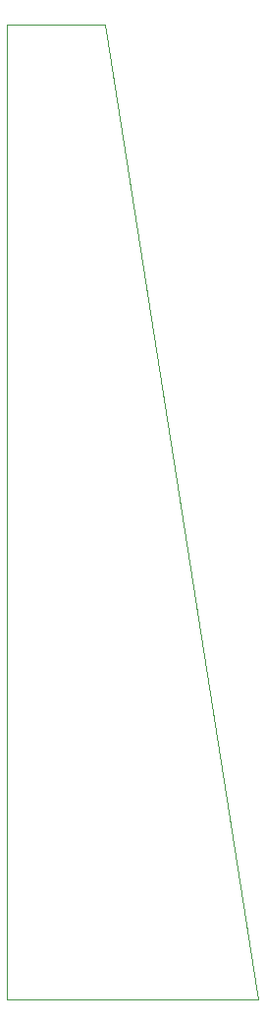
<source format=gbr>
G04 (created by PCBNEW (2013-08-23 BZR 4296)-product) date 11/9/2013 10:48:29 AM*
%MOIN*%
G04 Gerber Fmt 3.4, Leading zero omitted, Abs format*
%FSLAX34Y34*%
G01*
G70*
G90*
G04 APERTURE LIST*
%ADD10C,0.005906*%
%ADD11C,0.003937*%
G04 APERTURE END LIST*
G54D10*
G54D11*
X48650Y-53755D02*
X48650Y-20745D01*
X57180Y-53755D02*
X48650Y-53755D01*
X51980Y-20745D02*
X57180Y-53755D01*
X48650Y-20745D02*
X51980Y-20745D01*
M02*

</source>
